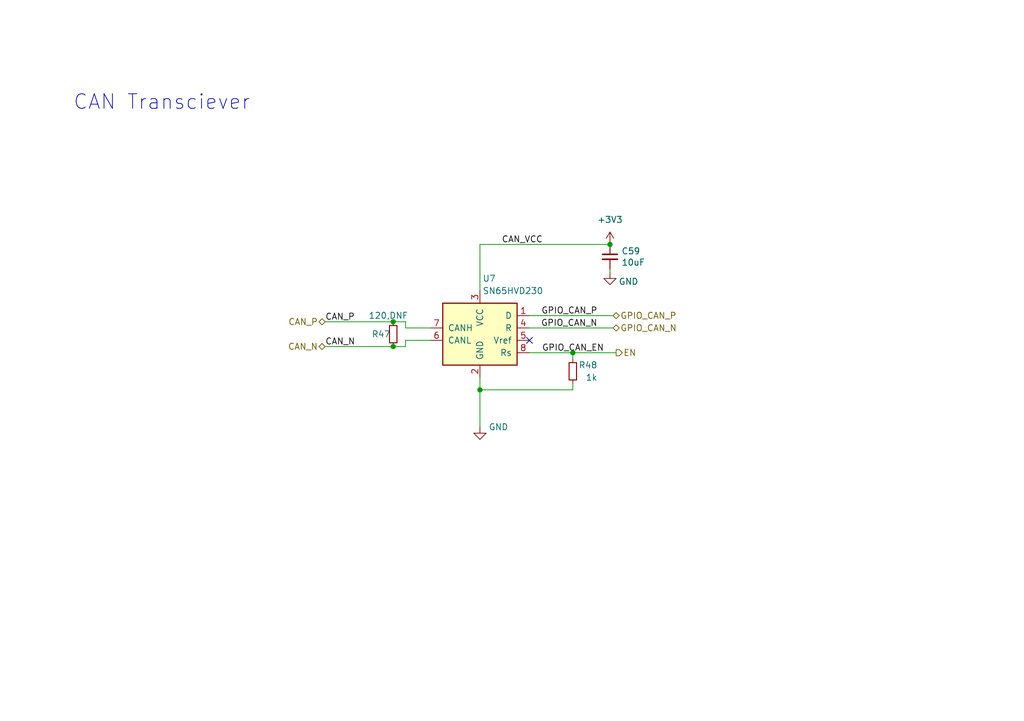
<source format=kicad_sch>
(kicad_sch (version 20211123) (generator eeschema)
  (paper "A5")
  (title_block (title "CAN RGB Controller") (date "2022-05-30") (rev "C") (company "cone.codes") (comment 1 "https://github.com/miata-bot/can-link"))
  (lib_symbols
    (symbol "Device:C_Small" (pin_numbers hide) (pin_names (offset 0.254) hide)
      (property "Reference" "C" (at 0.254 1.778 0))
      (property "Value" "C_Small" (at 0.254 -2.032 0))
      (symbol "C_Small_0_1"
        (polyline (pts (xy -1.524 -0.508) (xy 1.524 -0.508)) (stroke (width 0.3302)))
        (polyline (pts (xy -1.524 0.508) (xy 1.524 0.508)) (stroke (width 0.3048)))
      )
      (symbol "C_Small_1_1"
        (pin passive line (at 0 2.54 270) (length 2.032) (name "~") (number "1"))
        (pin passive line (at 0 -2.54 90) (length 2.032) (name "~") (number "2"))
      )
    )
    (symbol "Device:R_Small" (pin_numbers hide) (pin_names (offset 0.254) hide)
      (property "Reference" "R" (at 0.762 0.508 0))
      (property "Value" "R_Small" (at 0.762 -1.016 0))
      (symbol "R_Small_0_1"
        (rectangle (start -0.762 1.778) (end 0.762 -1.778) (stroke (width 0.2032)))
      )
      (symbol "R_Small_1_1"
        (pin passive line (at 0 2.54 270) (length 0.762) (name "~") (number "1"))
        (pin passive line (at 0 -2.54 90) (length 0.762) (name "~") (number "2"))
      )
    )
    (symbol "Interface_CAN_LIN:SN65HVD230" (pin_names (offset 1.016))
      (property "Reference" "U" (at -2.54 10.16 0))
      (property "Value" "SN65HVD230" (at -2.54 7.62 0))
      (symbol "SN65HVD230_0_1"
        (rectangle (start -7.62 5.08) (end 7.62 -7.62) (stroke (width 0.254)) (fill (type background)))
      )
      (symbol "SN65HVD230_1_1"
        (pin input line (at -10.16 2.54 0) (length 2.54) (name "D") (number "1"))
        (pin power_in line (at 0 -10.16 90) (length 2.54) (name "GND") (number "2"))
        (pin power_in line (at 0 7.62 270) (length 2.54) (name "VCC") (number "3"))
        (pin output line (at -10.16 0 0) (length 2.54) (name "R") (number "4"))
        (pin output line (at -10.16 -2.54 0) (length 2.54) (name "Vref") (number "5"))
        (pin bidirectional line (at 10.16 -2.54 180) (length 2.54) (name "CANL") (number "6"))
        (pin bidirectional line (at 10.16 0 180) (length 2.54) (name "CANH") (number "7"))
        (pin input line (at -10.16 -5.08 0) (length 2.54) (name "Rs") (number "8"))
      )
    )
    (symbol "power:+3V3" (power) (pin_names (offset 0))
      (property "Value" "+3V3" (at 0 3.556 0))
      (symbol "+3V3_0_1"
        (polyline (pts (xy -0.762 1.27) (xy 0 2.54)))
        (polyline (pts (xy 0 0) (xy 0 2.54)))
        (polyline (pts (xy 0 2.54) (xy 0.762 1.27)))
      )
      (symbol "+3V3_1_1"
        (pin power_in line (at 0 0 90) (length 0) hide (name "+3V3") (number "1"))
      )
    )
    (symbol "power:GND" (power) (pin_names (offset 0))
      (property "Value" "GND" (at 0 -3.81 0))
      (symbol "GND_0_1"
        (polyline (pts (xy 0 0) (xy 0 -1.27) (xy 1.27 -1.27) (xy 0 -2.54) (xy -1.27 -1.27) (xy 0 -1.27)))
      )
      (symbol "GND_1_1"
        (pin power_in line (at 0 0 270) (length 0) hide (name "GND") (number "1"))
      )
    )
  )
  (junction (at 98.425 80.01))
  (junction (at 80.645 71.12))
  (junction (at 80.645 66.04))
  (junction (at 117.475 72.39))
  (junction (at 125.095 50.165))
  (no_connect (at 108.585 69.85))
  (wire (pts (xy 117.475 72.39) (xy 108.585 72.39)))
  (wire (pts (xy 125.73 64.77) (xy 108.585 64.77)))
  (wire (pts (xy 80.645 66.04) (xy 83.185 66.04)))
  (wire (pts (xy 83.185 71.12) (xy 80.645 71.12)))
  (wire (pts (xy 98.425 77.47) (xy 98.425 80.01)))
  (wire (pts (xy 83.185 69.85) (xy 88.265 69.85)))
  (wire (pts (xy 66.675 66.04) (xy 80.645 66.04)))
  (wire (pts (xy 117.475 73.66) (xy 117.475 72.39)))
  (wire (pts (xy 98.425 80.01) (xy 98.425 87.63)))
  (wire (pts (xy 125.095 50.165) (xy 98.425 50.165)))
  (wire (pts (xy 83.185 67.31) (xy 88.265 67.31)))
  (wire (pts (xy 125.095 55.245) (xy 125.095 55.88)))
  (wire (pts (xy 117.475 72.39) (xy 126.365 72.39)))
  (wire (pts (xy 117.475 80.01) (xy 117.475 78.74)))
  (wire (pts (xy 98.425 50.165) (xy 98.425 59.69)))
  (wire (pts (xy 83.185 69.85) (xy 83.185 71.12)))
  (wire (pts (xy 83.185 66.04) (xy 83.185 67.31)))
  (wire (pts (xy 66.675 71.12) (xy 80.645 71.12)))
  (wire (pts (xy 98.425 80.01) (xy 117.475 80.01)))
  (wire (pts (xy 125.73 67.31) (xy 108.585 67.31)))
  (text "CAN Transciever" (at 51.435 22.86 180) (effects (font (size 3 3)) (justify right bottom)))
  (label "GPIO_CAN_N" (at 122.555 67.31 180))
  (label "CAN_N" (at 66.675 71.12 0))
  (label "GPIO_CAN_P" (at 122.555 64.77 180))
  (label "CAN_P" (at 66.675 66.04 0))
  (label "CAN_VCC" (at 102.87 50.165 0))
  (label "GPIO_CAN_EN" (at 111.125 72.39 0))
  (hierarchical_label "GPIO_CAN_N" (shape bidirectional) (at 125.73 67.31 0))
  (hierarchical_label "CAN_P" (shape bidirectional) (at 66.675 66.04 180))
  (hierarchical_label "GPIO_CAN_P" (shape bidirectional) (at 125.73 64.77 0))
  (hierarchical_label "EN" (shape output) (at 126.365 72.39 0))
  (hierarchical_label "CAN_N" (shape bidirectional) (at 66.675 71.12 180))
  (symbol (lib_id "power:+3V3") (at 125.095 50.165 0) (mirror y) (unit 1)
    (property "Reference" "#PWR080" (effects hide))
    (property "Value" "+3V3" (at 125.095 45.085 0))
  )
  (symbol (lib_id "Device:R_Small") (at 80.645 68.58 0) (mirror x) (unit 1)
    (property "Reference" "R47" (at 76.2 68.58 0) (effects (justify left)))
    (property "Value" "120,DNF" (at 75.565 64.77 0) (effects (justify left)))
    (property "Footprint" "Resistor_SMD:R_0805_2012Metric" (effects hide))
    (property "MPN" "RMCF0805JT120R" (effects hide))
    (property "Description" "RES 120 OHM 5% 1/8W 0805" (effects hide))
  )
  (symbol (lib_id "Device:C_Small") (at 125.095 52.705 0) (unit 1)
    (property "Reference" "C59" (at 127.4318 51.5366 0) (effects (justify left)))
    (property "Value" "10uF" (at 127.4318 53.848 0) (effects (justify left)))
    (property "Footprint" "Capacitor_SMD:C_0805_2012Metric" (effects hide))
    (property "MPN" "CL21A106KAFN3NE" (effects hide))
    (property "Description" "CAP CER 10UF 25V X5R 0805" (effects hide))
  )
  (symbol (lib_id "Device:R_Small") (at 117.475 76.2 0) (mirror y) (unit 1)
    (property "Reference" "R48" (at 122.555 74.93 0) (effects (justify left)))
    (property "Value" "1k" (at 122.555 77.47 0) (effects (justify left)))
    (property "Footprint" "Resistor_SMD:R_0402_1005Metric" (effects hide))
    (property "MPN" "RMCF0402FT1K00" (effects hide))
    (property "Description" "RES 1K OHM 1% 1/16W 0402" (effects hide))
  )
  (symbol (lib_id "Interface_CAN_LIN:SN65HVD230") (at 98.425 67.31 0) (mirror y) (unit 1) (in_bom no)
    (property "Reference" "U7" (at 98.9456 57.15 0) (effects (justify right)))
    (property "Value" "SN65HVD230" (at 98.9456 59.69 0) (effects (justify right)))
    (property "Footprint" "Package_SO:SOIC-8_3.9x4.9mm_P1.27mm" (effects hide))
    (property "Datasheet" "http://www.ti.com/lit/ds/symlink/sn65hvd230.pdf" (effects hide))
    (property "MPN" "SN65HVD230D" (effects hide))
    (property "Description" "CAN Interface IC STANDBY MODE " (effects hide))
    (property "LCSC" "C12084" (effects hide))
  )
  (symbol (lib_id "power:GND") (at 125.095 55.88 0) (mirror y) (unit 1)
    (property "Reference" "#PWR081" (effects hide))
    (property "Value" "GND" (at 128.905 57.785 0))
  )
  (symbol (lib_id "power:GND") (at 98.425 87.63 0) (mirror y) (unit 1)
    (property "Reference" "#PWR082" (effects hide))
    (property "Value" "GND" (at 102.235 87.63 0))
  )
)
</source>
